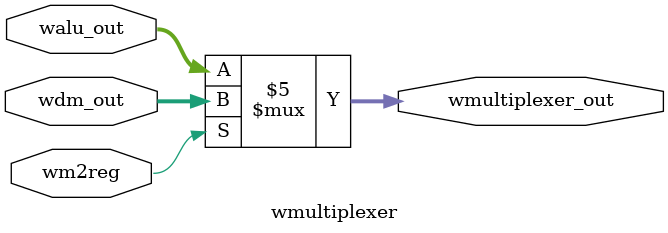
<source format=v>
`timescale 1ns / 1ps


module PC(clk, pc, new_pc);
    input [31:00]pc;
    input clk;
    output reg [31:00]new_pc;

    always@(posedge clk)
    begin
        new_pc <= pc;
    end

endmodule

module Adder(pc, new_pc);
    input [31:00]pc;
    output reg [31:00]new_pc;
    
    initial begin
    new_pc = 100;
    end
    
    always@(*)
    begin
        new_pc <= pc+4;
        end
endmodule

module Instruction_Memory(pc,do);
    input [31:00]pc;
    output reg [31:00] do;
    reg[31:00] IM [00:511];
    
    initial begin
    IM[100] = 32'b10001100000000100000000000000000;
    IM[104] = 32'b10001100000000110000000000000100;
    IM[108] = 32'b10001100000001000000000000001000;
    IM[112] = 32'b10001100000001010000000000001100;
    IM[116] = 32'b00000000010010100011000000100000;
    end
    
    always@(pc)
    begin
        do <= IM[pc];
        end
endmodule

module IFID(clk, do,instruction);
    input [31:00]do;
    input clk;
    output reg [31:00]instruction;
    
    always@(posedge clk)
    begin
    instruction <= do;
    end
    
endmodule

module Control_Unit(instruction, wreg, m2reg, wmem, aluc, aluimm, regrt); 
    input [31:00]instruction;
    wire [5:0]op;
    assign op = instruction[31:26];
    wire [5:0]func;
    assign func = instruction[5:0];
    output reg wreg;
    output reg m2reg;
    output reg wmem;
    output reg [3:0] aluc;
    output reg aluimm;
    output reg regrt;
    
    always@(instruction) begin
        case(op)
            6'b100011:
            begin
                wreg <= 1'b1;
                m2reg <= 1'b1;
                wmem <= 1'b0;
                regrt <=1'b1; 
                aluc <= 4'b0010;
                aluimm <= 1'b1;
                end 
             6'b000000:
             begin
                wreg <= 1'b1;
                m2reg <= 1'b0;
                wmem <= 1'b0;
                regrt <= 1'b0;
                aluc <= 4'b0010;
                aluimm <= 1'b0;
                end
                endcase
 end
 endmodule
 
module multiplexer(rd,rt, regrt, out); //why dont we need to passs in instruction for this one but we need to for contorl unit. If we do need it, since its a load word there wouldnt be an "rd" value so should i leave it like this or provide input instructino.
    input [4:0]rd; //inputs testbench 26-22
    input [4:0]rt; //inputs
    input regrt; //selector
    output reg [4:0]out; //output data
    
    always@(rd, rt, regrt) begin
        if (regrt == 1'b0)
            out <= rd;   
        else
            out <= rt;   
end
endmodule

module sign_extender(instruction, imm_out);
    input [31:00]instruction;
    wire [15:0]immediate;
    output reg [31:00] imm_out;
    assign immediate = instruction[15:0];
  
    always@(immediate)begin
        imm_out <= {{8{immediate[7]}}, immediate[7:0]}; //verilog slides
        end
endmodule

module RegFile(clk, instruction, qa, qb, wwreg, wn, d); 

input clk;
input wwreg;
input [4:0] wn;
input [31:00] d;

input [31:00] instruction;
reg [4:0] rt;
reg [4:0] rs;

output reg [31:00] qa;
output reg [31:00] qb;

reg [0:31] RF [31:0];
integer i;

initial begin
for (i=0; i < 32; i = i+1) //for loop mentioned in video to set all the rows of the table to 0
        RF[i] <= 32'd0; //iterates through the reg file rows
end

always@(instruction) begin
    rt <= instruction[20:16]; //since it is lw, what should I set the values of qb to.
    rs <= instruction[25:21];
    end

always@(rt, rs) begin
    qa <= RF[rs]; //since it is lw, what should I set the values of qb to.
    qb <= RF[rt];
    end
    
 always@(negedge clk) begin
    if (wwreg == 1) begin
        RF[wn] <= d;
        end 
    end
endmodule


module IDEXE(clk, wreg, m2reg, wmem, aluc, aluimm, rdrt_output, imm, qa, qb, ewreg, em2reg, ewmem, ealuc, ealuimm, erdrt_output, eimm, eqa, eqb);

input wreg;
input m2reg;
input wmem;
input [3:0]aluc;
input aluimm;
input [4:0]rdrt_output;
input [31:00]imm;
input [31:00]qa;
input [31:00]qb;
input clk;

output reg ewreg;
output reg em2reg;
output reg ewmem;
output reg [3:0]ealuc;
output reg ealuimm;
output reg [4:0]erdrt_output;
output reg [31:00]eimm;
output reg [31:00]eqa;
output reg [31:00]eqb;

always@(posedge clk)begin

    ewreg <= wreg;
    em2reg <= m2reg;
    ewmem <= wmem;
    ealuc <= aluc;
    ealuimm <= aluimm;
    erdrt_output <= rdrt_output;
    eimm <= imm;
    eqa <= qa;
    eqb <= qb;
    
end
endmodule

module multiplexer2(eqb,eimm, ealuimm, mux2_out); 
    input [31:0]eqb; 
    input [31:0]eimm; //inputs
    input ealuimm; //selector
    output reg [31:0]mux2_out; //output data
    
    
    always@(eqb, eimm, ealuimm) begin
        if (ealuimm == 1'b0)
            mux2_out <= eqb;   
        else
            mux2_out <= eimm;   
end
endmodule

module alu(mux2, eqa, ealuc, alu_out);
    input [31:00]eqa;
    input [3:0]ealuc;
    input [31:00]mux2;
    output reg [31:00]alu_out; // need bits when I find out how to do mux
    
    
     always@(eqa, mux2, ealuc) begin
        case(ealuc)
            4'b0010:
            begin
               alu_out <= eqa + mux2;
            end 
endcase
end
endmodule
 
 module EXEMEM(clk, ewreg, em2reg, ewmem, erdrt_output,alu_out, eqb, mwreg, mm2reg, mwmem, mrdrt_output, malu_out, mqb );
    input clk;
    input ewreg;
    input em2reg;
    input ewmem;
    input [4:0]erdrt_output;
    input [31:00]alu_out; 
    input [31:00]eqb;
    
    output reg mwreg;
    output reg mm2reg;
    output reg mwmem;
    output reg [4:0]mrdrt_output;
    output reg [31:00]malu_out; 
    output reg [31:00]mqb;
    
    always@(posedge clk)begin
        mwreg <= ewreg;
        mm2reg <= em2reg;
        mwmem <= ewmem;
        mrdrt_output <= erdrt_output;
        malu_out <= alu_out;
        mqb <= eqb;
        end
        
endmodule


module DataMem(malu_out, mqb, mwmem, dm_out);
    input [31:00]malu_out;
    input [31:00]mqb;
    input mwmem;
    output reg [31:00]dm_out;
    
    reg [0:31] DM [31:0];
    
    initial begin
        DM[0] <= 32'hA00000AA;
        DM[1] <= 32'h10000011;
        DM[2] <= 32'h20000022;
        DM[3] <= 32'h30000033;
        DM[4] <= 32'h40000044;
        DM[5] <= 32'h50000055;
        DM[6] <= 32'h60000066;
        DM[7] <= 32'h70000077;
        DM[8] <= 32'h80000088;
        DM[9] <= 32'h90000099;
    end
    
    
    always@(*) begin
        if (mwmem == 0) begin
            dm_out <= DM[{2'b00,malu_out[31:2]}];
      
        end
        else begin
            DM[{2'b00,malu_out[31:2]}] <= mqb;
            end
    end
endmodule

module MEMWB(clk, mwreg, mm2reg, mrdrt_out, alu_out, dm_out, wwreg, wm2reg, wrdrt_out, walu_out, wdm_out);
    input clk;
    input mwreg;
    input mm2reg;
    input [4:0]mrdrt_out;
    input [31:00]alu_out;
    input [31:00]dm_out;
    
    output reg wwreg;
    output reg wm2reg;
    output reg [4:0]wrdrt_out;
    output reg [31:00]walu_out;
    output reg [31:00]wdm_out;
    
    always@(posedge clk) begin
        wwreg <= mwreg;
        wm2reg <= mm2reg;
        wrdrt_out <= mrdrt_out;
        walu_out <= alu_out;
        wdm_out <= dm_out;
        end
    
endmodule

module wmultiplexer(wm2reg, walu_out, wdm_out, wmultiplexer_out);
    input wm2reg;
    input [31:00]walu_out;
    input [31:00]wdm_out;
    output reg [31:00]wmultiplexer_out;
    
    always@(*)begin
       if (wm2reg == 1'b0) begin
         wmultiplexer_out <= walu_out;
       end   
       else begin
          wmultiplexer_out <= wdm_out;
       end
    end
    endmodule

    




        



</source>
